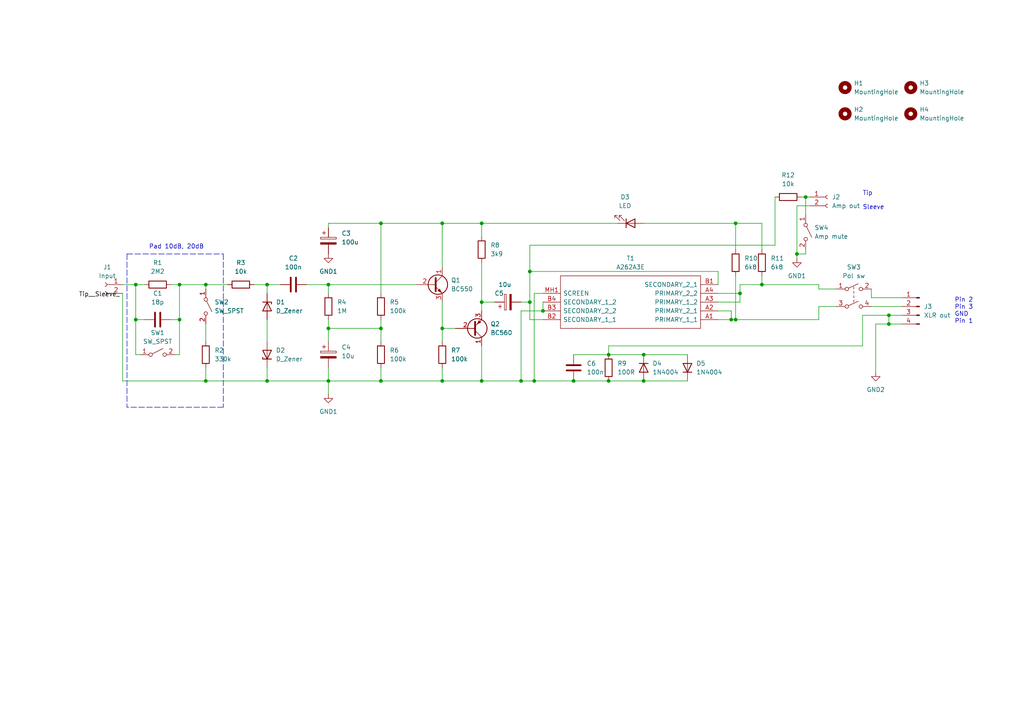
<source format=kicad_sch>
(kicad_sch (version 20211123) (generator eeschema)
  (paper "A4")
  (lib_symbols
    (symbol "Connector:Conn_01x02_Female" (pin_names (offset 1.016) hide)
      (property "Reference" "J" (at 0 2.54 0))
      (property "Value" "Conn_01x02_Female" (at 0 -5.08 0))
      (symbol "Conn_01x02_Female_1_1"
        (arc (start 0 -2.032) (mid -0.508 -2.54) (end 0 -3.048) (stroke (width 0.1524)))
        (polyline (pts (xy -1.27 -2.54) (xy -0.508 -2.54)) (stroke (width 0.1524)))
        (polyline (pts (xy -1.27 0) (xy -0.508 0)) (stroke (width 0.1524)))
        (arc (start 0 0.508) (mid -0.508 0) (end 0 -0.508) (stroke (width 0.1524)))
        (pin passive line (at -5.08 0 0) (length 3.81) (name "Pin_1") (number "1"))
        (pin passive line (at -5.08 -2.54 0) (length 3.81) (name "Pin_2") (number "2"))
      )
    )
    (symbol "Connector:Conn_01x04_Male" (pin_names (offset 1.016) hide)
      (property "Reference" "J" (at 0 5.08 0))
      (property "Value" "Conn_01x04_Male" (at 0 -7.62 0))
      (symbol "Conn_01x04_Male_1_1"
        (polyline (pts (xy 1.27 -5.08) (xy 0.8636 -5.08)) (stroke (width 0.1524)))
        (polyline (pts (xy 1.27 -2.54) (xy 0.8636 -2.54)) (stroke (width 0.1524)))
        (polyline (pts (xy 1.27 0) (xy 0.8636 0)) (stroke (width 0.1524)))
        (polyline (pts (xy 1.27 2.54) (xy 0.8636 2.54)) (stroke (width 0.1524)))
        (rectangle (start 0.8636 -4.953) (end 0 -5.207) (stroke (width 0.1524)) (fill (type outline)))
        (rectangle (start 0.8636 -2.413) (end 0 -2.667) (stroke (width 0.1524)) (fill (type outline)))
        (rectangle (start 0.8636 0.127) (end 0 -0.127) (stroke (width 0.1524)) (fill (type outline)))
        (rectangle (start 0.8636 2.667) (end 0 2.413) (stroke (width 0.1524)) (fill (type outline)))
        (pin passive line (at 5.08 2.54 180) (length 3.81) (name "Pin_1") (number "1"))
        (pin passive line (at 5.08 0 180) (length 3.81) (name "Pin_2") (number "2"))
        (pin passive line (at 5.08 -2.54 180) (length 3.81) (name "Pin_3") (number "3"))
        (pin passive line (at 5.08 -5.08 180) (length 3.81) (name "Pin_4") (number "4"))
      )
    )
    (symbol "Device:C" (pin_numbers hide) (pin_names (offset 0.254))
      (property "Reference" "C" (at 0.635 2.54 0))
      (property "Value" "C" (at 0.635 -2.54 0))
      (symbol "C_0_1"
        (polyline (pts (xy -2.032 -0.762) (xy 2.032 -0.762)) (stroke (width 0.508)))
        (polyline (pts (xy -2.032 0.762) (xy 2.032 0.762)) (stroke (width 0.508)))
      )
      (symbol "C_1_1"
        (pin passive line (at 0 3.81 270) (length 2.794) (name "~") (number "1"))
        (pin passive line (at 0 -3.81 90) (length 2.794) (name "~") (number "2"))
      )
    )
    (symbol "Device:C_Polarized" (pin_numbers hide) (pin_names (offset 0.254))
      (property "Reference" "C" (at 0.635 2.54 0))
      (property "Value" "C_Polarized" (at 0.635 -2.54 0))
      (symbol "C_Polarized_0_1"
        (rectangle (start -2.286 0.508) (end 2.286 1.016))
        (polyline (pts (xy -1.778 2.286) (xy -0.762 2.286)))
        (polyline (pts (xy -1.27 2.794) (xy -1.27 1.778)))
        (rectangle (start 2.286 -0.508) (end -2.286 -1.016) (fill (type outline)))
      )
      (symbol "C_Polarized_1_1"
        (pin passive line (at 0 3.81 270) (length 2.794) (name "~") (number "1"))
        (pin passive line (at 0 -3.81 90) (length 2.794) (name "~") (number "2"))
      )
    )
    (symbol "Device:D_Zener" (pin_numbers hide) (pin_names (offset 1.016) hide)
      (property "Reference" "D" (at 0 2.54 0))
      (property "Value" "D_Zener" (at 0 -2.54 0))
      (symbol "D_Zener_0_1"
        (polyline (pts (xy 1.27 0) (xy -1.27 0)))
        (polyline (pts (xy -1.27 -1.27) (xy -1.27 1.27) (xy -0.762 1.27)) (stroke (width 0.254)))
        (polyline (pts (xy 1.27 -1.27) (xy 1.27 1.27) (xy -1.27 0) (xy 1.27 -1.27)) (stroke (width 0.254)))
      )
      (symbol "D_Zener_1_1"
        (pin passive line (at -3.81 0 0) (length 2.54) (name "K") (number "1"))
        (pin passive line (at 3.81 0 180) (length 2.54) (name "A") (number "2"))
      )
    )
    (symbol "Device:LED" (pin_numbers hide) (pin_names (offset 1.016) hide)
      (property "Reference" "D" (at 0 2.54 0))
      (property "Value" "LED" (at 0 -2.54 0))
      (symbol "LED_0_1"
        (polyline (pts (xy -1.27 -1.27) (xy -1.27 1.27)) (stroke (width 0.254)))
        (polyline (pts (xy -1.27 0) (xy 1.27 0)))
        (polyline (pts (xy 1.27 -1.27) (xy 1.27 1.27) (xy -1.27 0) (xy 1.27 -1.27)) (stroke (width 0.254)))
        (polyline (pts (xy -3.048 -0.762) (xy -4.572 -2.286) (xy -3.81 -2.286) (xy -4.572 -2.286) (xy -4.572 -1.524)))
        (polyline (pts (xy -1.778 -0.762) (xy -3.302 -2.286) (xy -2.54 -2.286) (xy -3.302 -2.286) (xy -3.302 -1.524)))
      )
      (symbol "LED_1_1"
        (pin passive line (at -3.81 0 0) (length 2.54) (name "K") (number "1"))
        (pin passive line (at 3.81 0 180) (length 2.54) (name "A") (number "2"))
      )
    )
    (symbol "Device:R" (pin_numbers hide) (pin_names (offset 0))
      (property "Reference" "R" (at 2.032 0 90))
      (property "Value" "R" (at 0 0 90))
      (symbol "R_0_1"
        (rectangle (start -1.016 -2.54) (end 1.016 2.54) (stroke (width 0.254)))
      )
      (symbol "R_1_1"
        (pin passive line (at 0 3.81 270) (length 1.27) (name "~") (number "1"))
        (pin passive line (at 0 -3.81 90) (length 1.27) (name "~") (number "2"))
      )
    )
    (symbol "Diode:1N4004" (pin_numbers hide) (pin_names (offset 1.016) hide)
      (property "Reference" "D" (at 0 2.54 0))
      (property "Value" "1N4004" (at 0 -2.54 0))
      (symbol "1N4004_0_1"
        (polyline (pts (xy -1.27 1.27) (xy -1.27 -1.27)) (stroke (width 0.254)))
        (polyline (pts (xy 1.27 0) (xy -1.27 0)))
        (polyline (pts (xy 1.27 1.27) (xy 1.27 -1.27) (xy -1.27 0) (xy 1.27 1.27)) (stroke (width 0.254)))
      )
      (symbol "1N4004_1_1"
        (pin passive line (at -3.81 0 0) (length 2.54) (name "K") (number "1"))
        (pin passive line (at 3.81 0 180) (length 2.54) (name "A") (number "2"))
      )
    )
    (symbol "Mechanical:MountingHole" (pin_names (offset 1.016))
      (property "Reference" "H" (at 0 5.08 0))
      (property "Value" "MountingHole" (at 0 3.175 0))
      (symbol "MountingHole_0_1"
        (circle (center 0 0) (radius 1.27) (stroke (width 1.27)))
      )
    )
    (symbol "SamacSys_Parts:A262A3E" (pin_names (offset 0.762))
      (property "Reference" "T" (at 46.99 7.62 0))
      (property "Value" "A262A3E" (at 46.99 5.08 0))
      (symbol "A262A3E_0_0"
        (pin passive line (at 0 0 0) (length 5.08) (name "PRIMARY_1_1") (number "A1"))
        (pin passive line (at 0 -2.54 0) (length 5.08) (name "PRIMARY_2_1") (number "A2"))
        (pin passive line (at 0 -5.08 0) (length 5.08) (name "PRIMARY_1_2") (number "A3"))
        (pin passive line (at 0 -7.62 0) (length 5.08) (name "PRIMARY_2_2") (number "A4"))
        (pin passive line (at 0 -10.16 0) (length 5.08) (name "SECONDARY_2_1") (number "B1"))
        (pin passive line (at 50.8 0 180) (length 5.08) (name "SECONDARY_1_1") (number "B2"))
        (pin passive line (at 50.8 -2.54 180) (length 5.08) (name "SECONDARY_2_2") (number "B3"))
        (pin passive line (at 50.8 -5.08 180) (length 5.08) (name "SECONDARY_1_2") (number "B4"))
        (pin passive line (at 50.8 -7.62 180) (length 5.08) (name "SCREEN") (number "MH1"))
      )
      (symbol "A262A3E_0_1"
        (polyline (pts (xy 5.08 2.54) (xy 45.72 2.54) (xy 45.72 -12.7) (xy 5.08 -12.7) (xy 5.08 2.54)) (stroke (width 0.1524)))
      )
    )
    (symbol "Switch:SW_DPST" (pin_names (offset 0) hide)
      (property "Reference" "SW3" (at 0 8.89 0))
      (property "Value" "Pol sw" (at 0 6.35 0))
      (symbol "SW_DPST_0_0"
        (circle (center -2.032 -2.54) (radius 0.508))
        (circle (center -2.032 2.54) (radius 0.508))
        (polyline (pts (xy -1.524 -2.286) (xy 1.27 -1.016)))
        (polyline (pts (xy -1.524 2.794) (xy 1.27 4.064)))
        (polyline (pts (xy 0 -1.27) (xy 0 -0.635)))
        (polyline (pts (xy 0 0) (xy 0 0.635)))
        (polyline (pts (xy 0 1.27) (xy 0 1.905)))
        (polyline (pts (xy 0 2.54) (xy 0 3.175)))
        (circle (center 2.032 -2.54) (radius 0.508))
        (circle (center 2.032 2.54) (radius 0.508))
      )
      (symbol "SW_DPST_1_1"
        (pin passive line (at -5.08 2.54 0) (length 2.54) (name "1") (number "1"))
        (pin passive line (at 5.08 2.54 180) (length 2.54) (name "2") (number "2"))
        (pin passive line (at -5.08 -2.54 0) (length 2.54) (name "3") (number "3"))
        (pin passive line (at 5.08 -2.54 180) (length 2.54) (name "4") (number "4"))
      )
    )
    (symbol "Switch:SW_SPST" (pin_names (offset 0) hide)
      (property "Reference" "SW" (at 0 3.175 0))
      (property "Value" "SW_SPST" (at 0 -2.54 0))
      (symbol "SW_SPST_0_0"
        (circle (center -2.032 0) (radius 0.508))
        (polyline (pts (xy -1.524 0.254) (xy 1.524 1.778)))
        (circle (center 2.032 0) (radius 0.508))
      )
      (symbol "SW_SPST_1_1"
        (pin passive line (at -5.08 0 0) (length 2.54) (name "A") (number "1"))
        (pin passive line (at 5.08 0 180) (length 2.54) (name "B") (number "2"))
      )
    )
    (symbol "Transistor_BJT:BC550" (pin_names (offset 0) hide)
      (property "Reference" "Q" (at 5.08 1.905 0))
      (property "Value" "BC550" (at 5.08 0 0))
      (symbol "BC550_0_1"
        (polyline (pts (xy 0 0) (xy 0.635 0)))
        (polyline (pts (xy 0.635 0.635) (xy 2.54 2.54)))
        (polyline (pts (xy 0.635 -0.635) (xy 2.54 -2.54) (xy 2.54 -2.54)))
        (polyline (pts (xy 0.635 1.905) (xy 0.635 -1.905) (xy 0.635 -1.905)) (stroke (width 0.508)))
        (polyline (pts (xy 1.27 -1.778) (xy 1.778 -1.27) (xy 2.286 -2.286) (xy 1.27 -1.778) (xy 1.27 -1.778)) (fill (type outline)))
        (circle (center 1.27 0) (radius 2.8194) (stroke (width 0.254)))
      )
      (symbol "BC550_1_1"
        (pin passive line (at 2.54 5.08 270) (length 2.54) (name "C") (number "1"))
        (pin input line (at -5.08 0 0) (length 5.08) (name "B") (number "2"))
        (pin passive line (at 2.54 -5.08 90) (length 2.54) (name "E") (number "3"))
      )
    )
    (symbol "Transistor_BJT:BC560" (pin_names (offset 0) hide)
      (property "Reference" "Q" (at 5.08 1.905 0))
      (property "Value" "BC560" (at 5.08 0 0))
      (symbol "BC560_0_1"
        (polyline (pts (xy 0.635 0.635) (xy 2.54 2.54)))
        (polyline (pts (xy 0.635 -0.635) (xy 2.54 -2.54) (xy 2.54 -2.54)))
        (polyline (pts (xy 0.635 1.905) (xy 0.635 -1.905) (xy 0.635 -1.905)) (stroke (width 0.508)))
        (polyline (pts (xy 2.286 -1.778) (xy 1.778 -2.286) (xy 1.27 -1.27) (xy 2.286 -1.778) (xy 2.286 -1.778)) (fill (type outline)))
        (circle (center 1.27 0) (radius 2.8194) (stroke (width 0.254)))
      )
      (symbol "BC560_1_1"
        (pin passive line (at 2.54 5.08 270) (length 2.54) (name "C") (number "1"))
        (pin input line (at -5.08 0 0) (length 5.715) (name "B") (number "2"))
        (pin passive line (at 2.54 -5.08 90) (length 2.54) (name "E") (number "3"))
      )
    )
    (symbol "power:GND1" (power) (pin_names (offset 0))
      (property "Value" "GND1" (at 0 -3.81 0))
      (symbol "GND1_0_1"
        (polyline (pts (xy 0 0) (xy 0 -1.27) (xy 1.27 -1.27) (xy 0 -2.54) (xy -1.27 -1.27) (xy 0 -1.27)))
      )
      (symbol "GND1_1_1"
        (pin power_in line (at 0 0 270) (length 0) hide (name "GND1") (number "1"))
      )
    )
    (symbol "power:GND2" (power) (pin_names (offset 0))
      (property "Value" "GND2" (at 0 -3.81 0))
      (symbol "GND2_0_1"
        (polyline (pts (xy 0 0) (xy 0 -1.27) (xy 1.27 -1.27) (xy 0 -2.54) (xy -1.27 -1.27) (xy 0 -1.27)))
      )
      (symbol "GND2_1_1"
        (pin power_in line (at 0 0 270) (length 0) hide (name "GND2") (number "1"))
      )
    )
  )
  (junction (at 166.37 110.49))
  (junction (at 186.69 102.87))
  (junction (at 176.53 110.49))
  (junction (at 95.25 110.49))
  (junction (at 39.37 82.55))
  (junction (at 77.47 82.55))
  (junction (at 220.98 82.55))
  (junction (at 139.7 110.49))
  (junction (at 153.67 78.74))
  (junction (at 95.25 95.25))
  (junction (at 154.94 110.49))
  (junction (at 110.49 64.77))
  (junction (at 39.37 92.71))
  (junction (at 59.69 110.49))
  (junction (at 139.7 87.63))
  (junction (at 257.81 91.44))
  (junction (at 157.48 90.17))
  (junction (at 212.09 92.71))
  (junction (at 213.36 64.77))
  (junction (at 153.67 87.63))
  (junction (at 257.81 93.98))
  (junction (at 128.27 64.77))
  (junction (at 151.13 110.49))
  (junction (at 231.14 73.66))
  (junction (at 176.53 102.87))
  (junction (at 213.36 92.71))
  (junction (at 59.69 82.55))
  (junction (at 52.07 82.55))
  (junction (at 128.27 95.25))
  (junction (at 110.49 95.25))
  (junction (at 233.68 57.15))
  (junction (at 52.07 92.71))
  (junction (at 95.25 82.55))
  (junction (at 77.47 110.49))
  (junction (at 186.69 110.49))
  (junction (at 139.7 64.77))
  (junction (at 128.27 110.49))
  (junction (at 214.63 85.09))
  (junction (at 110.49 110.49))
  (wire (pts (xy 95.25 110.49) (xy 95.25 114.3)))
  (wire (pts (xy 186.69 102.87) (xy 199.39 102.87)))
  (wire (pts (xy 224.79 71.12) (xy 153.67 71.12)))
  (wire (pts (xy 231.14 73.66) (xy 231.14 74.93)))
  (wire (pts (xy 233.68 57.15) (xy 233.68 62.23)))
  (wire (pts (xy 139.7 64.77) (xy 179.07 64.77)))
  (wire (pts (xy 95.25 95.25) (xy 95.25 99.06)))
  (wire (pts (xy 250.19 100.33) (xy 250.19 91.44)))
  (wire (pts (xy 250.19 91.44) (xy 257.81 91.44)))
  (wire (pts (xy 157.48 85.09) (xy 154.94 85.09)))
  (wire (pts (xy 110.49 85.09) (xy 110.49 64.77)))
  (wire (pts (xy 95.25 110.49) (xy 110.49 110.49)))
  (wire (pts (xy 157.48 90.17) (xy 151.13 90.17)))
  (wire (pts (xy 59.69 106.68) (xy 59.69 110.49)))
  (wire (pts (xy 151.13 90.17) (xy 151.13 110.49)))
  (wire (pts (xy 39.37 92.71) (xy 41.91 92.71)))
  (wire (pts (xy 213.36 80.01) (xy 213.36 92.71)))
  (wire (pts (xy 59.69 82.55) (xy 59.69 83.82)))
  (polyline (pts (xy 64.77 73.66) (xy 64.77 118.11)))
  (wire (pts (xy 214.63 87.63) (xy 214.63 85.09)))
  (wire (pts (xy 224.79 57.15) (xy 224.79 71.12)))
  (wire (pts (xy 59.69 110.49) (xy 77.47 110.49)))
  (wire (pts (xy 208.28 90.17) (xy 212.09 90.17)))
  (wire (pts (xy 128.27 64.77) (xy 110.49 64.77)))
  (wire (pts (xy 257.81 91.44) (xy 261.62 91.44)))
  (wire (pts (xy 128.27 106.68) (xy 128.27 110.49)))
  (wire (pts (xy 77.47 82.55) (xy 77.47 85.09)))
  (wire (pts (xy 95.25 106.68) (xy 95.25 110.49)))
  (wire (pts (xy 254 93.98) (xy 257.81 93.98)))
  (wire (pts (xy 166.37 102.87) (xy 176.53 102.87)))
  (wire (pts (xy 110.49 110.49) (xy 128.27 110.49)))
  (wire (pts (xy 186.69 110.49) (xy 199.39 110.49)))
  (wire (pts (xy 154.94 110.49) (xy 166.37 110.49)))
  (wire (pts (xy 208.28 82.55) (xy 208.28 78.74)))
  (wire (pts (xy 242.57 83.82) (xy 237.49 83.82)))
  (wire (pts (xy 231.14 73.66) (xy 233.68 73.66)))
  (wire (pts (xy 35.56 110.49) (xy 59.69 110.49)))
  (wire (pts (xy 232.41 57.15) (xy 233.68 57.15)))
  (wire (pts (xy 39.37 92.71) (xy 39.37 102.87)))
  (wire (pts (xy 110.49 95.25) (xy 110.49 99.06)))
  (wire (pts (xy 110.49 92.71) (xy 110.49 95.25)))
  (wire (pts (xy 252.73 86.36) (xy 252.73 83.82)))
  (wire (pts (xy 252.73 88.9) (xy 261.62 88.9)))
  (wire (pts (xy 176.53 102.87) (xy 186.69 102.87)))
  (wire (pts (xy 176.53 100.33) (xy 176.53 102.87)))
  (wire (pts (xy 231.14 59.69) (xy 231.14 73.66)))
  (wire (pts (xy 154.94 85.09) (xy 154.94 110.49)))
  (wire (pts (xy 59.69 93.98) (xy 59.69 99.06)))
  (wire (pts (xy 151.13 87.63) (xy 153.67 87.63)))
  (wire (pts (xy 95.25 82.55) (xy 95.25 85.09)))
  (wire (pts (xy 95.25 82.55) (xy 120.65 82.55)))
  (wire (pts (xy 95.25 64.77) (xy 95.25 66.04)))
  (wire (pts (xy 220.98 82.55) (xy 237.49 82.55)))
  (wire (pts (xy 77.47 82.55) (xy 81.28 82.55)))
  (wire (pts (xy 95.25 64.77) (xy 110.49 64.77)))
  (wire (pts (xy 139.7 110.49) (xy 151.13 110.49)))
  (wire (pts (xy 213.36 64.77) (xy 213.36 72.39)))
  (wire (pts (xy 128.27 95.25) (xy 128.27 99.06)))
  (wire (pts (xy 212.09 92.71) (xy 213.36 92.71)))
  (wire (pts (xy 128.27 64.77) (xy 139.7 64.77)))
  (wire (pts (xy 77.47 92.71) (xy 77.47 99.06)))
  (wire (pts (xy 257.81 93.98) (xy 261.62 93.98)))
  (wire (pts (xy 233.68 57.15) (xy 234.95 57.15)))
  (wire (pts (xy 49.53 82.55) (xy 52.07 82.55)))
  (wire (pts (xy 261.62 86.36) (xy 252.73 86.36)))
  (wire (pts (xy 212.09 90.17) (xy 212.09 92.71)))
  (wire (pts (xy 49.53 92.71) (xy 52.07 92.71)))
  (wire (pts (xy 128.27 77.47) (xy 128.27 64.77)))
  (wire (pts (xy 52.07 82.55) (xy 52.07 92.71)))
  (wire (pts (xy 234.95 59.69) (xy 231.14 59.69)))
  (wire (pts (xy 157.48 87.63) (xy 157.48 90.17)))
  (polyline (pts (xy 64.77 118.11) (xy 36.83 118.11)))
  (wire (pts (xy 95.25 92.71) (xy 95.25 95.25)))
  (wire (pts (xy 233.68 72.39) (xy 233.68 73.66)))
  (wire (pts (xy 128.27 87.63) (xy 128.27 95.25)))
  (wire (pts (xy 214.63 85.09) (xy 214.63 82.55)))
  (wire (pts (xy 52.07 82.55) (xy 59.69 82.55)))
  (wire (pts (xy 208.28 87.63) (xy 214.63 87.63)))
  (wire (pts (xy 153.67 71.12) (xy 153.67 78.74)))
  (wire (pts (xy 220.98 80.01) (xy 220.98 82.55)))
  (wire (pts (xy 139.7 76.2) (xy 139.7 87.63)))
  (wire (pts (xy 88.9 82.55) (xy 95.25 82.55)))
  (wire (pts (xy 35.56 85.09) (xy 35.56 110.49)))
  (wire (pts (xy 77.47 110.49) (xy 95.25 110.49)))
  (wire (pts (xy 257.81 91.44) (xy 257.81 93.98)))
  (wire (pts (xy 176.53 110.49) (xy 186.69 110.49)))
  (wire (pts (xy 128.27 95.25) (xy 132.08 95.25)))
  (wire (pts (xy 254 93.98) (xy 254 107.95)))
  (wire (pts (xy 59.69 82.55) (xy 66.04 82.55)))
  (wire (pts (xy 35.56 82.55) (xy 39.37 82.55)))
  (wire (pts (xy 214.63 82.55) (xy 220.98 82.55)))
  (polyline (pts (xy 36.83 73.66) (xy 64.77 73.66)))
  (wire (pts (xy 153.67 78.74) (xy 208.28 78.74)))
  (wire (pts (xy 50.8 102.87) (xy 52.07 102.87)))
  (polyline (pts (xy 36.83 73.66) (xy 36.83 118.11)))
  (wire (pts (xy 110.49 106.68) (xy 110.49 110.49)))
  (wire (pts (xy 52.07 92.71) (xy 52.07 102.87)))
  (wire (pts (xy 128.27 110.49) (xy 139.7 110.49)))
  (wire (pts (xy 139.7 87.63) (xy 139.7 90.17)))
  (wire (pts (xy 220.98 64.77) (xy 220.98 72.39)))
  (wire (pts (xy 213.36 92.71) (xy 237.49 92.71)))
  (wire (pts (xy 39.37 82.55) (xy 41.91 82.55)))
  (wire (pts (xy 213.36 64.77) (xy 220.98 64.77)))
  (wire (pts (xy 157.48 92.71) (xy 153.67 92.71)))
  (wire (pts (xy 237.49 83.82) (xy 237.49 82.55)))
  (wire (pts (xy 139.7 87.63) (xy 143.51 87.63)))
  (wire (pts (xy 237.49 92.71) (xy 237.49 88.9)))
  (wire (pts (xy 40.64 102.87) (xy 39.37 102.87)))
  (wire (pts (xy 237.49 88.9) (xy 242.57 88.9)))
  (wire (pts (xy 176.53 100.33) (xy 250.19 100.33)))
  (wire (pts (xy 73.66 82.55) (xy 77.47 82.55)))
  (wire (pts (xy 39.37 82.55) (xy 39.37 92.71)))
  (wire (pts (xy 153.67 78.74) (xy 153.67 87.63)))
  (wire (pts (xy 77.47 106.68) (xy 77.47 110.49)))
  (wire (pts (xy 139.7 64.77) (xy 139.7 68.58)))
  (wire (pts (xy 208.28 85.09) (xy 214.63 85.09)))
  (wire (pts (xy 151.13 110.49) (xy 154.94 110.49)))
  (wire (pts (xy 153.67 87.63) (xy 153.67 92.71)))
  (wire (pts (xy 95.25 95.25) (xy 110.49 95.25)))
  (wire (pts (xy 166.37 110.49) (xy 176.53 110.49)))
  (wire (pts (xy 186.69 64.77) (xy 213.36 64.77)))
  (wire (pts (xy 208.28 92.71) (xy 212.09 92.71)))
  (wire (pts (xy 139.7 100.33) (xy 139.7 110.49)))
  (text "Pin 2\nPin 3\nGND\nPin 1" (at 276.86 93.98 0) (effects (font (size 1.27 1.27)) (justify left bottom)))
  (text "Pad 10dB, 20dB" (at 43.18 72.39 0) (effects (font (size 1.27 1.27)) (justify left bottom)))
  (text "Tip\n\nSleeve" (at 250.19 60.96 0) (effects (font (size 1.27 1.27)) (justify left bottom)))
  (label "Tip__Sleeve_" (at 22.86 86.36 0))
  (symbol (lib_id "Device:C_Polarized") (at 95.25 69.85 0) (unit 1)
    (property "Reference" "C3" (at 99.06 67.6909 0) (effects (justify left)))
    (property "Value" "100u" (at 99.06 70.2309 0) (effects (justify left)))
    (property "Footprint" "Capacitor_THT:CP_Radial_D8.0mm_P3.50mm" (effects hide))
  )
  (symbol (lib_id "Mechanical:MountingHole") (at 245.11 25.4 0) (unit 1)
    (property "Reference" "H1" (at 247.65 24.1299 0) (effects (justify left)))
    (property "Value" "MountingHole" (at 247.65 26.6699 0) (effects (justify left)))
    (property "Footprint" "MountingHole:MountingHole_2.2mm_M2" (effects hide))
  )
  (symbol (lib_id "Diode:1N4004") (at 186.69 106.68 270) (unit 1)
    (property "Reference" "D4" (at 189.23 105.4099 90) (effects (justify left)))
    (property "Value" "1N4004" (at 189.23 107.9499 90) (effects (justify left)))
    (property "Footprint" "Diode_THT:D_DO-41_SOD81_P10.16mm_Horizontal" (effects hide))
    (property "Datasheet" "http://www.vishay.com/docs/88503/1n4001.pdf" (effects hide))
  )
  (symbol (lib_id "Connector:Conn_01x02_Female") (at 30.48 82.55 0) (mirror y) (unit 1)
    (property "Reference" "J1" (at 31.115 77.47 0))
    (property "Value" "Input" (at 31.115 80.01 0))
    (property "Footprint" "Connector_PinHeader_2.54mm:PinHeader_1x02_P2.54mm_Vertical" (effects hide))
  )
  (symbol (lib_id "Device:R") (at 110.49 102.87 0) (unit 1)
    (property "Reference" "R6" (at 113.03 101.5999 0) (effects (justify left)))
    (property "Value" "100k" (at 113.03 104.1399 0) (effects (justify left)))
    (property "Footprint" "Resistor_THT:R_Axial_DIN0207_L6.3mm_D2.5mm_P7.62mm_Horizontal" (effects hide))
  )
  (symbol (lib_id "Device:R") (at 95.25 88.9 180) (unit 1)
    (property "Reference" "R4" (at 97.79 87.6299 0) (effects (justify right)))
    (property "Value" "1M" (at 97.79 90.1699 0) (effects (justify right)))
    (property "Footprint" "Resistor_THT:R_Axial_DIN0207_L6.3mm_D2.5mm_P7.62mm_Horizontal" (effects hide))
  )
  (symbol (lib_id "Device:D_Zener") (at 77.47 102.87 90) (unit 1)
    (property "Reference" "D2" (at 80.01 101.5999 90) (effects (justify right)))
    (property "Value" "D_Zener" (at 80.01 104.1399 90) (effects (justify right)))
    (property "Footprint" "Diode_THT:D_DO-35_SOD27_P7.62mm_Horizontal" (effects hide))
  )
  (symbol (lib_id "Device:R") (at 69.85 82.55 270) (unit 1)
    (property "Reference" "R3" (at 69.85 76.2 90))
    (property "Value" "10k" (at 69.85 78.74 90))
    (property "Footprint" "Resistor_THT:R_Axial_DIN0207_L6.3mm_D2.5mm_P7.62mm_Horizontal" (effects hide))
  )
  (symbol (lib_id "Device:C_Polarized") (at 95.25 102.87 0) (unit 1)
    (property "Reference" "C4" (at 99.06 100.7109 0) (effects (justify left)))
    (property "Value" "10u" (at 99.06 103.2509 0) (effects (justify left)))
    (property "Footprint" "Capacitor_THT:CP_Radial_D5.0mm_P2.00mm" (effects hide))
  )
  (symbol (lib_id "Transistor_BJT:BC550") (at 125.73 82.55 0) (unit 1)
    (property "Reference" "Q1" (at 130.81 81.2799 0) (effects (justify left)))
    (property "Value" "BC550" (at 130.81 83.8199 0) (effects (justify left)))
    (property "Footprint" "Package_TO_SOT_THT:TO-92_Inline" (effects hide))
    (property "Datasheet" "https://www.onsemi.com/pub/Collateral/BC550-D.pdf" (effects hide))
  )
  (symbol (lib_id "Transistor_BJT:BC560") (at 137.16 95.25 0) (mirror x) (unit 1)
    (property "Reference" "Q2" (at 142.24 93.9799 0) (effects (justify left)))
    (property "Value" "BC560" (at 142.24 96.5199 0) (effects (justify left)))
    (property "Footprint" "Package_TO_SOT_THT:TO-92_Inline" (effects hide))
    (property "Datasheet" "https://www.onsemi.com/pub/Collateral/BC556BTA-D.pdf" (effects hide))
  )
  (symbol (lib_id "power:GND1") (at 231.14 74.93 0) (unit 1)
    (property "Reference" "#PWR?" (effects hide))
    (property "Value" "GND1" (at 231.14 80.01 0))
  )
  (symbol (lib_id "Switch:SW_SPST") (at 45.72 102.87 0) (unit 1)
    (property "Reference" "SW1" (at 45.72 96.52 0))
    (property "Value" "SW_SPST" (at 45.72 99.06 0))
    (property "Footprint" "Connector_PinHeader_2.54mm:PinHeader_1x02_P2.54mm_Vertical" (effects hide))
  )
  (symbol (lib_id "Switch:SW_SPST") (at 233.68 67.31 270) (unit 1)
    (property "Reference" "SW4" (at 236.22 66.0399 90) (effects (justify left)))
    (property "Value" "Amp mute" (at 236.22 68.5799 90) (effects (justify left)))
    (property "Footprint" "Connector_PinHeader_2.54mm:PinHeader_1x02_P2.54mm_Vertical" (effects hide))
  )
  (symbol (lib_id "Device:R") (at 59.69 102.87 0) (unit 1)
    (property "Reference" "R2" (at 62.23 101.5999 0) (effects (justify left)))
    (property "Value" "330k" (at 62.23 104.1399 0) (effects (justify left)))
    (property "Footprint" "Resistor_THT:R_Axial_DIN0207_L6.3mm_D2.5mm_P7.62mm_Horizontal" (effects hide))
  )
  (symbol (lib_id "Device:C") (at 166.37 106.68 180) (unit 1)
    (property "Reference" "C6" (at 170.18 105.4099 0) (effects (justify right)))
    (property "Value" "100n" (at 170.18 107.9499 0) (effects (justify right)))
    (property "Footprint" "Capacitor_THT:C_Rect_L7.2mm_W2.5mm_P5.00mm_FKS2_FKP2_MKS2_MKP2" (effects hide))
  )
  (symbol (lib_id "Device:R") (at 220.98 76.2 180) (unit 1)
    (property "Reference" "R11" (at 223.52 74.9299 0) (effects (justify right)))
    (property "Value" "6k8" (at 223.52 77.4699 0) (effects (justify right)))
    (property "Footprint" "Resistor_THT:R_Axial_DIN0207_L6.3mm_D2.5mm_P7.62mm_Horizontal" (effects hide))
  )
  (symbol (lib_id "Connector:Conn_01x04_Male") (at 266.7 88.9 0) (mirror y) (unit 1)
    (property "Reference" "J3" (at 267.97 88.8999 0) (effects (justify right)))
    (property "Value" "XLR out" (at 267.97 91.4399 0) (effects (justify right)))
    (property "Footprint" "Connector_PinHeader_2.54mm:PinHeader_1x04_P2.54mm_Vertical" (effects hide))
  )
  (symbol (lib_id "Device:R") (at 228.6 57.15 90) (unit 1)
    (property "Reference" "R12" (at 228.6 50.8 90))
    (property "Value" "10k" (at 228.6 53.34 90))
    (property "Footprint" "Resistor_THT:R_Axial_DIN0207_L6.3mm_D2.5mm_P7.62mm_Horizontal" (effects hide))
  )
  (symbol (lib_id "Device:D_Zener") (at 77.47 88.9 270) (unit 1)
    (property "Reference" "D1" (at 80.01 87.6299 90) (effects (justify left)))
    (property "Value" "D_Zener" (at 80.01 90.1699 90) (effects (justify left)))
    (property "Footprint" "Diode_THT:D_DO-35_SOD27_P7.62mm_Horizontal" (effects hide))
  )
  (symbol (lib_id "Mechanical:MountingHole") (at 245.11 33.02 0) (unit 1)
    (property "Reference" "H2" (at 247.65 31.7499 0) (effects (justify left)))
    (property "Value" "MountingHole" (at 247.65 34.2899 0) (effects (justify left)))
    (property "Footprint" "MountingHole:MountingHole_2.2mm_M2" (effects hide))
  )
  (symbol (lib_id "Device:R") (at 213.36 76.2 180) (unit 1)
    (property "Reference" "R10" (at 215.9 74.9299 0) (effects (justify right)))
    (property "Value" "6k8" (at 215.9 77.4699 0) (effects (justify right)))
    (property "Footprint" "Resistor_THT:R_Axial_DIN0207_L6.3mm_D2.5mm_P7.62mm_Horizontal" (effects hide))
  )
  (symbol (lib_id "Diode:1N4004") (at 199.39 106.68 90) (unit 1)
    (property "Reference" "D5" (at 201.93 105.4099 90) (effects (justify right)))
    (property "Value" "1N4004" (at 201.93 107.9499 90) (effects (justify right)))
    (property "Footprint" "Diode_THT:D_DO-41_SOD81_P10.16mm_Horizontal" (effects hide))
    (property "Datasheet" "http://www.vishay.com/docs/88503/1n4001.pdf" (effects hide))
  )
  (symbol (lib_id "Device:LED") (at 182.88 64.77 0) (mirror x) (unit 1)
    (property "Reference" "D3" (at 181.2925 57.15 0))
    (property "Value" "LED" (at 181.2925 59.69 0))
    (property "Footprint" "LED_THT:LED_D5.0mm" (effects hide))
  )
  (symbol (lib_id "SamacSys_Parts:A262A3E") (at 208.28 92.71 180) (unit 1)
    (property "Reference" "T1" (at 182.88 74.93 0))
    (property "Value" "A262A3E" (at 182.88 77.47 0))
    (property "Footprint" "SamacSys_Parts:A262A3E" (effects hide))
    (property "Datasheet" "https://componentsearchengine.com/Datasheets/2/A262A3E.pdf" (effects hide))
    (property "Description" "Transformer,audio,PCB mount,ratio 1+1:6.45+6.45" (effects hide))
    (property "Height" "22.2" (effects hide))
    (property "Manufacturer_Name" "OEP" (effects hide))
    (property "Manufacturer_Part_Number" "A262A3E" (effects hide))
  )
  (symbol (lib_id "Device:R") (at 45.72 82.55 270) (unit 1)
    (property "Reference" "R1" (at 45.72 76.2 90))
    (property "Value" "2M2" (at 45.72 78.74 90))
    (property "Footprint" "Resistor_THT:R_Axial_DIN0207_L6.3mm_D2.5mm_P7.62mm_Horizontal" (effects hide))
  )
  (symbol (lib_id "power:GND2") (at 254 107.95 0) (unit 1)
    (property "Reference" "#PWR?" (effects hide))
    (property "Value" "GND2" (at 254 113.03 0))
  )
  (symbol (lib_id "Device:C") (at 45.72 92.71 270) (unit 1)
    (property "Reference" "C1" (at 45.72 85.09 90))
    (property "Value" "18p" (at 45.72 87.63 90))
    (property "Footprint" "Capacitor_THT:C_Disc_D5.0mm_W2.5mm_P5.00mm" (effects hide))
  )
  (symbol (lib_id "Connector:Conn_01x02_Female") (at 240.03 57.15 0) (unit 1)
    (property "Reference" "J2" (at 241.3 57.1499 0) (effects (justify left)))
    (property "Value" "Amp out" (at 241.3 59.6899 0) (effects (justify left)))
    (property "Footprint" "Connector_PinHeader_2.54mm:PinHeader_1x02_P2.54mm_Vertical" (effects hide))
  )
  (symbol (lib_id "Device:C") (at 85.09 82.55 90) (unit 1)
    (property "Reference" "C2" (at 85.09 74.93 90))
    (property "Value" "100n" (at 85.09 77.47 90))
    (property "Footprint" "Capacitor_THT:C_Rect_L7.2mm_W2.5mm_P5.00mm_FKS2_FKP2_MKS2_MKP2" (effects hide))
  )
  (symbol (lib_id "Device:R") (at 176.53 106.68 0) (unit 1)
    (property "Reference" "R9" (at 179.07 105.4099 0) (effects (justify left)))
    (property "Value" "100R" (at 179.07 107.9499 0) (effects (justify left)))
    (property "Footprint" "Resistor_THT:R_Axial_DIN0207_L6.3mm_D2.5mm_P7.62mm_Horizontal" (effects hide))
  )
  (symbol (lib_id "power:GND1") (at 95.25 114.3 0) (unit 1)
    (property "Reference" "#PWR?" (effects hide))
    (property "Value" "GND1" (at 95.25 119.38 0))
  )
  (symbol (lib_id "Device:R") (at 110.49 88.9 180) (unit 1)
    (property "Reference" "R5" (at 113.03 87.6299 0) (effects (justify right)))
    (property "Value" "100k" (at 113.03 90.1699 0) (effects (justify right)))
    (property "Footprint" "Resistor_THT:R_Axial_DIN0207_L6.3mm_D2.5mm_P7.62mm_Horizontal" (effects hide))
  )
  (symbol (lib_id "Mechanical:MountingHole") (at 264.16 33.02 0) (unit 1)
    (property "Reference" "H4" (at 266.7 31.7499 0) (effects (justify left)))
    (property "Value" "MountingHole" (at 266.7 34.2899 0) (effects (justify left)))
    (property "Footprint" "MountingHole:MountingHole_2.2mm_M2" (effects hide))
  )
  (symbol (lib_id "Device:C_Polarized") (at 147.32 87.63 90) (unit 1)
    (property "Reference" "C5" (at 144.78 85.09 90))
    (property "Value" "10u" (at 146.431 82.55 90))
    (property "Footprint" "Capacitor_THT:CP_Radial_D5.0mm_P2.00mm" (effects hide))
  )
  (symbol (lib_id "Device:R") (at 139.7 72.39 180) (unit 1)
    (property "Reference" "R8" (at 142.24 71.1199 0) (effects (justify right)))
    (property "Value" "3k9" (at 142.24 73.6599 0) (effects (justify right)))
    (property "Footprint" "Resistor_THT:R_Axial_DIN0207_L6.3mm_D2.5mm_P7.62mm_Horizontal" (effects hide))
  )
  (symbol (lib_id "Mechanical:MountingHole") (at 264.16 25.4 0) (unit 1)
    (property "Reference" "H3" (at 266.7 24.1299 0) (effects (justify left)))
    (property "Value" "MountingHole" (at 266.7 26.6699 0) (effects (justify left)))
    (property "Footprint" "MountingHole:MountingHole_2.2mm_M2" (effects hide))
  )
  (symbol (lib_id "power:GND1") (at 95.25 73.66 0) (unit 1)
    (property "Reference" "#PWR?" (effects hide))
    (property "Value" "GND1" (at 95.25 78.74 0))
  )
  (symbol (lib_id "Switch:SW_SPST") (at 59.69 88.9 270) (unit 1)
    (property "Reference" "SW2" (at 62.23 87.6299 90) (effects (justify left)))
    (property "Value" "SW_SPST" (at 62.23 90.1699 90) (effects (justify left)))
    (property "Footprint" "Connector_PinHeader_2.54mm:PinHeader_1x02_P2.54mm_Vertical" (effects hide))
  )
  (symbol (lib_id "Device:R") (at 128.27 102.87 0) (unit 1)
    (property "Reference" "R7" (at 130.81 101.5999 0) (effects (justify left)))
    (property "Value" "100k" (at 130.81 104.1399 0) (effects (justify left)))
    (property "Footprint" "Resistor_THT:R_Axial_DIN0207_L6.3mm_D2.5mm_P7.62mm_Horizontal" (effects hide))
  )
  (symbol (lib_id "Switch:SW_DPST") (at 247.65 86.36 0) (unit 1)
    (property "Reference" "SW3" (at 247.65 77.47 0))
    (property "Value" "Pol sw" (at 247.65 80.01 0))
    (property "Footprint" "Connector_PinHeader_2.54mm:PinHeader_2x02_P2.54mm_Vertical" (effects hide))
  )
)
</source>
